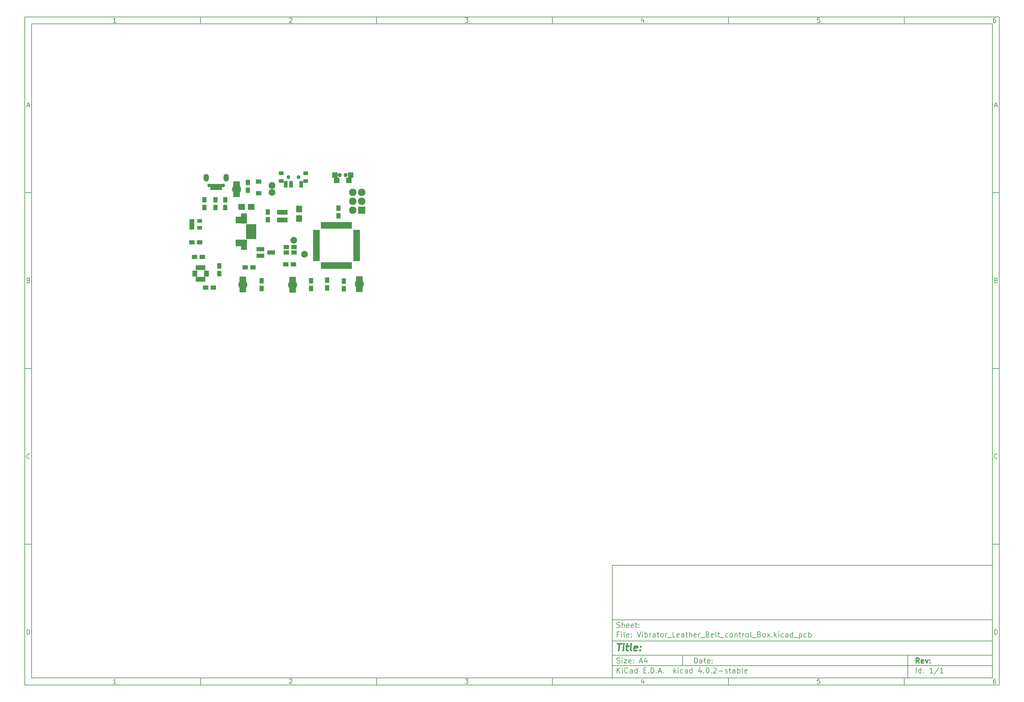
<source format=gts>
G04 #@! TF.FileFunction,Soldermask,Top*
%FSLAX46Y46*%
G04 Gerber Fmt 4.6, Leading zero omitted, Abs format (unit mm)*
G04 Created by KiCad (PCBNEW 4.0.2-stable) date 2016 October 13, Thursday 23:14:49*
%MOMM*%
G01*
G04 APERTURE LIST*
%ADD10C,0.100000*%
%ADD11C,0.150000*%
%ADD12C,0.300000*%
%ADD13C,0.400000*%
%ADD14R,1.600000X1.300000*%
%ADD15O,1.450000X2.200000*%
%ADD16C,1.050000*%
%ADD17R,0.800000X1.800000*%
%ADD18C,1.924000*%
%ADD19R,1.700000X1.900000*%
%ADD20R,1.300000X1.600000*%
%ADD21R,1.900000X1.700000*%
%ADD22R,1.620000X1.310000*%
%ADD23R,1.900000X1.600000*%
%ADD24C,2.600000*%
%ADD25R,1.050000X1.460000*%
%ADD26R,0.650000X1.400000*%
%ADD27R,1.400000X0.650000*%
%ADD28R,2.127200X2.127200*%
%ADD29O,2.127200X2.127200*%
%ADD30R,2.200860X1.200100*%
%ADD31R,1.400000X1.000000*%
%ADD32R,1.000000X1.900000*%
%ADD33C,1.100000*%
%ADD34R,1.600000X1.600000*%
%ADD35C,1.200000*%
%ADD36R,1.460000X1.050000*%
%ADD37R,0.950000X1.900000*%
%ADD38R,1.900000X0.950000*%
%ADD39R,2.900000X0.700000*%
%ADD40R,1.800000X2.900000*%
%ADD41R,3.200000X1.900000*%
%ADD42C,1.900000*%
G04 APERTURE END LIST*
D10*
D11*
X177002200Y-166007200D02*
X177002200Y-198007200D01*
X285002200Y-198007200D01*
X285002200Y-166007200D01*
X177002200Y-166007200D01*
D10*
D11*
X10000000Y-10000000D02*
X10000000Y-200007200D01*
X287002200Y-200007200D01*
X287002200Y-10000000D01*
X10000000Y-10000000D01*
D10*
D11*
X12000000Y-12000000D02*
X12000000Y-198007200D01*
X285002200Y-198007200D01*
X285002200Y-12000000D01*
X12000000Y-12000000D01*
D10*
D11*
X60000000Y-12000000D02*
X60000000Y-10000000D01*
D10*
D11*
X110000000Y-12000000D02*
X110000000Y-10000000D01*
D10*
D11*
X160000000Y-12000000D02*
X160000000Y-10000000D01*
D10*
D11*
X210000000Y-12000000D02*
X210000000Y-10000000D01*
D10*
D11*
X260000000Y-12000000D02*
X260000000Y-10000000D01*
D10*
D11*
X35990476Y-11588095D02*
X35247619Y-11588095D01*
X35619048Y-11588095D02*
X35619048Y-10288095D01*
X35495238Y-10473810D01*
X35371429Y-10597619D01*
X35247619Y-10659524D01*
D10*
D11*
X85247619Y-10411905D02*
X85309524Y-10350000D01*
X85433333Y-10288095D01*
X85742857Y-10288095D01*
X85866667Y-10350000D01*
X85928571Y-10411905D01*
X85990476Y-10535714D01*
X85990476Y-10659524D01*
X85928571Y-10845238D01*
X85185714Y-11588095D01*
X85990476Y-11588095D01*
D10*
D11*
X135185714Y-10288095D02*
X135990476Y-10288095D01*
X135557143Y-10783333D01*
X135742857Y-10783333D01*
X135866667Y-10845238D01*
X135928571Y-10907143D01*
X135990476Y-11030952D01*
X135990476Y-11340476D01*
X135928571Y-11464286D01*
X135866667Y-11526190D01*
X135742857Y-11588095D01*
X135371429Y-11588095D01*
X135247619Y-11526190D01*
X135185714Y-11464286D01*
D10*
D11*
X185866667Y-10721429D02*
X185866667Y-11588095D01*
X185557143Y-10226190D02*
X185247619Y-11154762D01*
X186052381Y-11154762D01*
D10*
D11*
X235928571Y-10288095D02*
X235309524Y-10288095D01*
X235247619Y-10907143D01*
X235309524Y-10845238D01*
X235433333Y-10783333D01*
X235742857Y-10783333D01*
X235866667Y-10845238D01*
X235928571Y-10907143D01*
X235990476Y-11030952D01*
X235990476Y-11340476D01*
X235928571Y-11464286D01*
X235866667Y-11526190D01*
X235742857Y-11588095D01*
X235433333Y-11588095D01*
X235309524Y-11526190D01*
X235247619Y-11464286D01*
D10*
D11*
X285866667Y-10288095D02*
X285619048Y-10288095D01*
X285495238Y-10350000D01*
X285433333Y-10411905D01*
X285309524Y-10597619D01*
X285247619Y-10845238D01*
X285247619Y-11340476D01*
X285309524Y-11464286D01*
X285371429Y-11526190D01*
X285495238Y-11588095D01*
X285742857Y-11588095D01*
X285866667Y-11526190D01*
X285928571Y-11464286D01*
X285990476Y-11340476D01*
X285990476Y-11030952D01*
X285928571Y-10907143D01*
X285866667Y-10845238D01*
X285742857Y-10783333D01*
X285495238Y-10783333D01*
X285371429Y-10845238D01*
X285309524Y-10907143D01*
X285247619Y-11030952D01*
D10*
D11*
X60000000Y-198007200D02*
X60000000Y-200007200D01*
D10*
D11*
X110000000Y-198007200D02*
X110000000Y-200007200D01*
D10*
D11*
X160000000Y-198007200D02*
X160000000Y-200007200D01*
D10*
D11*
X210000000Y-198007200D02*
X210000000Y-200007200D01*
D10*
D11*
X260000000Y-198007200D02*
X260000000Y-200007200D01*
D10*
D11*
X35990476Y-199595295D02*
X35247619Y-199595295D01*
X35619048Y-199595295D02*
X35619048Y-198295295D01*
X35495238Y-198481010D01*
X35371429Y-198604819D01*
X35247619Y-198666724D01*
D10*
D11*
X85247619Y-198419105D02*
X85309524Y-198357200D01*
X85433333Y-198295295D01*
X85742857Y-198295295D01*
X85866667Y-198357200D01*
X85928571Y-198419105D01*
X85990476Y-198542914D01*
X85990476Y-198666724D01*
X85928571Y-198852438D01*
X85185714Y-199595295D01*
X85990476Y-199595295D01*
D10*
D11*
X135185714Y-198295295D02*
X135990476Y-198295295D01*
X135557143Y-198790533D01*
X135742857Y-198790533D01*
X135866667Y-198852438D01*
X135928571Y-198914343D01*
X135990476Y-199038152D01*
X135990476Y-199347676D01*
X135928571Y-199471486D01*
X135866667Y-199533390D01*
X135742857Y-199595295D01*
X135371429Y-199595295D01*
X135247619Y-199533390D01*
X135185714Y-199471486D01*
D10*
D11*
X185866667Y-198728629D02*
X185866667Y-199595295D01*
X185557143Y-198233390D02*
X185247619Y-199161962D01*
X186052381Y-199161962D01*
D10*
D11*
X235928571Y-198295295D02*
X235309524Y-198295295D01*
X235247619Y-198914343D01*
X235309524Y-198852438D01*
X235433333Y-198790533D01*
X235742857Y-198790533D01*
X235866667Y-198852438D01*
X235928571Y-198914343D01*
X235990476Y-199038152D01*
X235990476Y-199347676D01*
X235928571Y-199471486D01*
X235866667Y-199533390D01*
X235742857Y-199595295D01*
X235433333Y-199595295D01*
X235309524Y-199533390D01*
X235247619Y-199471486D01*
D10*
D11*
X285866667Y-198295295D02*
X285619048Y-198295295D01*
X285495238Y-198357200D01*
X285433333Y-198419105D01*
X285309524Y-198604819D01*
X285247619Y-198852438D01*
X285247619Y-199347676D01*
X285309524Y-199471486D01*
X285371429Y-199533390D01*
X285495238Y-199595295D01*
X285742857Y-199595295D01*
X285866667Y-199533390D01*
X285928571Y-199471486D01*
X285990476Y-199347676D01*
X285990476Y-199038152D01*
X285928571Y-198914343D01*
X285866667Y-198852438D01*
X285742857Y-198790533D01*
X285495238Y-198790533D01*
X285371429Y-198852438D01*
X285309524Y-198914343D01*
X285247619Y-199038152D01*
D10*
D11*
X10000000Y-60000000D02*
X12000000Y-60000000D01*
D10*
D11*
X10000000Y-110000000D02*
X12000000Y-110000000D01*
D10*
D11*
X10000000Y-160000000D02*
X12000000Y-160000000D01*
D10*
D11*
X10690476Y-35216667D02*
X11309524Y-35216667D01*
X10566667Y-35588095D02*
X11000000Y-34288095D01*
X11433333Y-35588095D01*
D10*
D11*
X11092857Y-84907143D02*
X11278571Y-84969048D01*
X11340476Y-85030952D01*
X11402381Y-85154762D01*
X11402381Y-85340476D01*
X11340476Y-85464286D01*
X11278571Y-85526190D01*
X11154762Y-85588095D01*
X10659524Y-85588095D01*
X10659524Y-84288095D01*
X11092857Y-84288095D01*
X11216667Y-84350000D01*
X11278571Y-84411905D01*
X11340476Y-84535714D01*
X11340476Y-84659524D01*
X11278571Y-84783333D01*
X11216667Y-84845238D01*
X11092857Y-84907143D01*
X10659524Y-84907143D01*
D10*
D11*
X11402381Y-135464286D02*
X11340476Y-135526190D01*
X11154762Y-135588095D01*
X11030952Y-135588095D01*
X10845238Y-135526190D01*
X10721429Y-135402381D01*
X10659524Y-135278571D01*
X10597619Y-135030952D01*
X10597619Y-134845238D01*
X10659524Y-134597619D01*
X10721429Y-134473810D01*
X10845238Y-134350000D01*
X11030952Y-134288095D01*
X11154762Y-134288095D01*
X11340476Y-134350000D01*
X11402381Y-134411905D01*
D10*
D11*
X10659524Y-185588095D02*
X10659524Y-184288095D01*
X10969048Y-184288095D01*
X11154762Y-184350000D01*
X11278571Y-184473810D01*
X11340476Y-184597619D01*
X11402381Y-184845238D01*
X11402381Y-185030952D01*
X11340476Y-185278571D01*
X11278571Y-185402381D01*
X11154762Y-185526190D01*
X10969048Y-185588095D01*
X10659524Y-185588095D01*
D10*
D11*
X287002200Y-60000000D02*
X285002200Y-60000000D01*
D10*
D11*
X287002200Y-110000000D02*
X285002200Y-110000000D01*
D10*
D11*
X287002200Y-160000000D02*
X285002200Y-160000000D01*
D10*
D11*
X285692676Y-35216667D02*
X286311724Y-35216667D01*
X285568867Y-35588095D02*
X286002200Y-34288095D01*
X286435533Y-35588095D01*
D10*
D11*
X286095057Y-84907143D02*
X286280771Y-84969048D01*
X286342676Y-85030952D01*
X286404581Y-85154762D01*
X286404581Y-85340476D01*
X286342676Y-85464286D01*
X286280771Y-85526190D01*
X286156962Y-85588095D01*
X285661724Y-85588095D01*
X285661724Y-84288095D01*
X286095057Y-84288095D01*
X286218867Y-84350000D01*
X286280771Y-84411905D01*
X286342676Y-84535714D01*
X286342676Y-84659524D01*
X286280771Y-84783333D01*
X286218867Y-84845238D01*
X286095057Y-84907143D01*
X285661724Y-84907143D01*
D10*
D11*
X286404581Y-135464286D02*
X286342676Y-135526190D01*
X286156962Y-135588095D01*
X286033152Y-135588095D01*
X285847438Y-135526190D01*
X285723629Y-135402381D01*
X285661724Y-135278571D01*
X285599819Y-135030952D01*
X285599819Y-134845238D01*
X285661724Y-134597619D01*
X285723629Y-134473810D01*
X285847438Y-134350000D01*
X286033152Y-134288095D01*
X286156962Y-134288095D01*
X286342676Y-134350000D01*
X286404581Y-134411905D01*
D10*
D11*
X285661724Y-185588095D02*
X285661724Y-184288095D01*
X285971248Y-184288095D01*
X286156962Y-184350000D01*
X286280771Y-184473810D01*
X286342676Y-184597619D01*
X286404581Y-184845238D01*
X286404581Y-185030952D01*
X286342676Y-185278571D01*
X286280771Y-185402381D01*
X286156962Y-185526190D01*
X285971248Y-185588095D01*
X285661724Y-185588095D01*
D10*
D11*
X200359343Y-193785771D02*
X200359343Y-192285771D01*
X200716486Y-192285771D01*
X200930771Y-192357200D01*
X201073629Y-192500057D01*
X201145057Y-192642914D01*
X201216486Y-192928629D01*
X201216486Y-193142914D01*
X201145057Y-193428629D01*
X201073629Y-193571486D01*
X200930771Y-193714343D01*
X200716486Y-193785771D01*
X200359343Y-193785771D01*
X202502200Y-193785771D02*
X202502200Y-193000057D01*
X202430771Y-192857200D01*
X202287914Y-192785771D01*
X202002200Y-192785771D01*
X201859343Y-192857200D01*
X202502200Y-193714343D02*
X202359343Y-193785771D01*
X202002200Y-193785771D01*
X201859343Y-193714343D01*
X201787914Y-193571486D01*
X201787914Y-193428629D01*
X201859343Y-193285771D01*
X202002200Y-193214343D01*
X202359343Y-193214343D01*
X202502200Y-193142914D01*
X203002200Y-192785771D02*
X203573629Y-192785771D01*
X203216486Y-192285771D02*
X203216486Y-193571486D01*
X203287914Y-193714343D01*
X203430772Y-193785771D01*
X203573629Y-193785771D01*
X204645057Y-193714343D02*
X204502200Y-193785771D01*
X204216486Y-193785771D01*
X204073629Y-193714343D01*
X204002200Y-193571486D01*
X204002200Y-193000057D01*
X204073629Y-192857200D01*
X204216486Y-192785771D01*
X204502200Y-192785771D01*
X204645057Y-192857200D01*
X204716486Y-193000057D01*
X204716486Y-193142914D01*
X204002200Y-193285771D01*
X205359343Y-193642914D02*
X205430771Y-193714343D01*
X205359343Y-193785771D01*
X205287914Y-193714343D01*
X205359343Y-193642914D01*
X205359343Y-193785771D01*
X205359343Y-192857200D02*
X205430771Y-192928629D01*
X205359343Y-193000057D01*
X205287914Y-192928629D01*
X205359343Y-192857200D01*
X205359343Y-193000057D01*
D10*
D11*
X177002200Y-194507200D02*
X285002200Y-194507200D01*
D10*
D11*
X178359343Y-196585771D02*
X178359343Y-195085771D01*
X179216486Y-196585771D02*
X178573629Y-195728629D01*
X179216486Y-195085771D02*
X178359343Y-195942914D01*
X179859343Y-196585771D02*
X179859343Y-195585771D01*
X179859343Y-195085771D02*
X179787914Y-195157200D01*
X179859343Y-195228629D01*
X179930771Y-195157200D01*
X179859343Y-195085771D01*
X179859343Y-195228629D01*
X181430772Y-196442914D02*
X181359343Y-196514343D01*
X181145057Y-196585771D01*
X181002200Y-196585771D01*
X180787915Y-196514343D01*
X180645057Y-196371486D01*
X180573629Y-196228629D01*
X180502200Y-195942914D01*
X180502200Y-195728629D01*
X180573629Y-195442914D01*
X180645057Y-195300057D01*
X180787915Y-195157200D01*
X181002200Y-195085771D01*
X181145057Y-195085771D01*
X181359343Y-195157200D01*
X181430772Y-195228629D01*
X182716486Y-196585771D02*
X182716486Y-195800057D01*
X182645057Y-195657200D01*
X182502200Y-195585771D01*
X182216486Y-195585771D01*
X182073629Y-195657200D01*
X182716486Y-196514343D02*
X182573629Y-196585771D01*
X182216486Y-196585771D01*
X182073629Y-196514343D01*
X182002200Y-196371486D01*
X182002200Y-196228629D01*
X182073629Y-196085771D01*
X182216486Y-196014343D01*
X182573629Y-196014343D01*
X182716486Y-195942914D01*
X184073629Y-196585771D02*
X184073629Y-195085771D01*
X184073629Y-196514343D02*
X183930772Y-196585771D01*
X183645058Y-196585771D01*
X183502200Y-196514343D01*
X183430772Y-196442914D01*
X183359343Y-196300057D01*
X183359343Y-195871486D01*
X183430772Y-195728629D01*
X183502200Y-195657200D01*
X183645058Y-195585771D01*
X183930772Y-195585771D01*
X184073629Y-195657200D01*
X185930772Y-195800057D02*
X186430772Y-195800057D01*
X186645058Y-196585771D02*
X185930772Y-196585771D01*
X185930772Y-195085771D01*
X186645058Y-195085771D01*
X187287915Y-196442914D02*
X187359343Y-196514343D01*
X187287915Y-196585771D01*
X187216486Y-196514343D01*
X187287915Y-196442914D01*
X187287915Y-196585771D01*
X188002201Y-196585771D02*
X188002201Y-195085771D01*
X188359344Y-195085771D01*
X188573629Y-195157200D01*
X188716487Y-195300057D01*
X188787915Y-195442914D01*
X188859344Y-195728629D01*
X188859344Y-195942914D01*
X188787915Y-196228629D01*
X188716487Y-196371486D01*
X188573629Y-196514343D01*
X188359344Y-196585771D01*
X188002201Y-196585771D01*
X189502201Y-196442914D02*
X189573629Y-196514343D01*
X189502201Y-196585771D01*
X189430772Y-196514343D01*
X189502201Y-196442914D01*
X189502201Y-196585771D01*
X190145058Y-196157200D02*
X190859344Y-196157200D01*
X190002201Y-196585771D02*
X190502201Y-195085771D01*
X191002201Y-196585771D01*
X191502201Y-196442914D02*
X191573629Y-196514343D01*
X191502201Y-196585771D01*
X191430772Y-196514343D01*
X191502201Y-196442914D01*
X191502201Y-196585771D01*
X194502201Y-196585771D02*
X194502201Y-195085771D01*
X194645058Y-196014343D02*
X195073629Y-196585771D01*
X195073629Y-195585771D02*
X194502201Y-196157200D01*
X195716487Y-196585771D02*
X195716487Y-195585771D01*
X195716487Y-195085771D02*
X195645058Y-195157200D01*
X195716487Y-195228629D01*
X195787915Y-195157200D01*
X195716487Y-195085771D01*
X195716487Y-195228629D01*
X197073630Y-196514343D02*
X196930773Y-196585771D01*
X196645059Y-196585771D01*
X196502201Y-196514343D01*
X196430773Y-196442914D01*
X196359344Y-196300057D01*
X196359344Y-195871486D01*
X196430773Y-195728629D01*
X196502201Y-195657200D01*
X196645059Y-195585771D01*
X196930773Y-195585771D01*
X197073630Y-195657200D01*
X198359344Y-196585771D02*
X198359344Y-195800057D01*
X198287915Y-195657200D01*
X198145058Y-195585771D01*
X197859344Y-195585771D01*
X197716487Y-195657200D01*
X198359344Y-196514343D02*
X198216487Y-196585771D01*
X197859344Y-196585771D01*
X197716487Y-196514343D01*
X197645058Y-196371486D01*
X197645058Y-196228629D01*
X197716487Y-196085771D01*
X197859344Y-196014343D01*
X198216487Y-196014343D01*
X198359344Y-195942914D01*
X199716487Y-196585771D02*
X199716487Y-195085771D01*
X199716487Y-196514343D02*
X199573630Y-196585771D01*
X199287916Y-196585771D01*
X199145058Y-196514343D01*
X199073630Y-196442914D01*
X199002201Y-196300057D01*
X199002201Y-195871486D01*
X199073630Y-195728629D01*
X199145058Y-195657200D01*
X199287916Y-195585771D01*
X199573630Y-195585771D01*
X199716487Y-195657200D01*
X202216487Y-195585771D02*
X202216487Y-196585771D01*
X201859344Y-195014343D02*
X201502201Y-196085771D01*
X202430773Y-196085771D01*
X203002201Y-196442914D02*
X203073629Y-196514343D01*
X203002201Y-196585771D01*
X202930772Y-196514343D01*
X203002201Y-196442914D01*
X203002201Y-196585771D01*
X204002201Y-195085771D02*
X204145058Y-195085771D01*
X204287915Y-195157200D01*
X204359344Y-195228629D01*
X204430773Y-195371486D01*
X204502201Y-195657200D01*
X204502201Y-196014343D01*
X204430773Y-196300057D01*
X204359344Y-196442914D01*
X204287915Y-196514343D01*
X204145058Y-196585771D01*
X204002201Y-196585771D01*
X203859344Y-196514343D01*
X203787915Y-196442914D01*
X203716487Y-196300057D01*
X203645058Y-196014343D01*
X203645058Y-195657200D01*
X203716487Y-195371486D01*
X203787915Y-195228629D01*
X203859344Y-195157200D01*
X204002201Y-195085771D01*
X205145058Y-196442914D02*
X205216486Y-196514343D01*
X205145058Y-196585771D01*
X205073629Y-196514343D01*
X205145058Y-196442914D01*
X205145058Y-196585771D01*
X205787915Y-195228629D02*
X205859344Y-195157200D01*
X206002201Y-195085771D01*
X206359344Y-195085771D01*
X206502201Y-195157200D01*
X206573630Y-195228629D01*
X206645058Y-195371486D01*
X206645058Y-195514343D01*
X206573630Y-195728629D01*
X205716487Y-196585771D01*
X206645058Y-196585771D01*
X207287915Y-196014343D02*
X208430772Y-196014343D01*
X209073629Y-196514343D02*
X209216486Y-196585771D01*
X209502201Y-196585771D01*
X209645058Y-196514343D01*
X209716486Y-196371486D01*
X209716486Y-196300057D01*
X209645058Y-196157200D01*
X209502201Y-196085771D01*
X209287915Y-196085771D01*
X209145058Y-196014343D01*
X209073629Y-195871486D01*
X209073629Y-195800057D01*
X209145058Y-195657200D01*
X209287915Y-195585771D01*
X209502201Y-195585771D01*
X209645058Y-195657200D01*
X210145058Y-195585771D02*
X210716487Y-195585771D01*
X210359344Y-195085771D02*
X210359344Y-196371486D01*
X210430772Y-196514343D01*
X210573630Y-196585771D01*
X210716487Y-196585771D01*
X211859344Y-196585771D02*
X211859344Y-195800057D01*
X211787915Y-195657200D01*
X211645058Y-195585771D01*
X211359344Y-195585771D01*
X211216487Y-195657200D01*
X211859344Y-196514343D02*
X211716487Y-196585771D01*
X211359344Y-196585771D01*
X211216487Y-196514343D01*
X211145058Y-196371486D01*
X211145058Y-196228629D01*
X211216487Y-196085771D01*
X211359344Y-196014343D01*
X211716487Y-196014343D01*
X211859344Y-195942914D01*
X212573630Y-196585771D02*
X212573630Y-195085771D01*
X212573630Y-195657200D02*
X212716487Y-195585771D01*
X213002201Y-195585771D01*
X213145058Y-195657200D01*
X213216487Y-195728629D01*
X213287916Y-195871486D01*
X213287916Y-196300057D01*
X213216487Y-196442914D01*
X213145058Y-196514343D01*
X213002201Y-196585771D01*
X212716487Y-196585771D01*
X212573630Y-196514343D01*
X214145059Y-196585771D02*
X214002201Y-196514343D01*
X213930773Y-196371486D01*
X213930773Y-195085771D01*
X215287915Y-196514343D02*
X215145058Y-196585771D01*
X214859344Y-196585771D01*
X214716487Y-196514343D01*
X214645058Y-196371486D01*
X214645058Y-195800057D01*
X214716487Y-195657200D01*
X214859344Y-195585771D01*
X215145058Y-195585771D01*
X215287915Y-195657200D01*
X215359344Y-195800057D01*
X215359344Y-195942914D01*
X214645058Y-196085771D01*
D10*
D11*
X177002200Y-191507200D02*
X285002200Y-191507200D01*
D10*
D12*
X264216486Y-193785771D02*
X263716486Y-193071486D01*
X263359343Y-193785771D02*
X263359343Y-192285771D01*
X263930771Y-192285771D01*
X264073629Y-192357200D01*
X264145057Y-192428629D01*
X264216486Y-192571486D01*
X264216486Y-192785771D01*
X264145057Y-192928629D01*
X264073629Y-193000057D01*
X263930771Y-193071486D01*
X263359343Y-193071486D01*
X265430771Y-193714343D02*
X265287914Y-193785771D01*
X265002200Y-193785771D01*
X264859343Y-193714343D01*
X264787914Y-193571486D01*
X264787914Y-193000057D01*
X264859343Y-192857200D01*
X265002200Y-192785771D01*
X265287914Y-192785771D01*
X265430771Y-192857200D01*
X265502200Y-193000057D01*
X265502200Y-193142914D01*
X264787914Y-193285771D01*
X266002200Y-192785771D02*
X266359343Y-193785771D01*
X266716485Y-192785771D01*
X267287914Y-193642914D02*
X267359342Y-193714343D01*
X267287914Y-193785771D01*
X267216485Y-193714343D01*
X267287914Y-193642914D01*
X267287914Y-193785771D01*
X267287914Y-192857200D02*
X267359342Y-192928629D01*
X267287914Y-193000057D01*
X267216485Y-192928629D01*
X267287914Y-192857200D01*
X267287914Y-193000057D01*
D10*
D11*
X178287914Y-193714343D02*
X178502200Y-193785771D01*
X178859343Y-193785771D01*
X179002200Y-193714343D01*
X179073629Y-193642914D01*
X179145057Y-193500057D01*
X179145057Y-193357200D01*
X179073629Y-193214343D01*
X179002200Y-193142914D01*
X178859343Y-193071486D01*
X178573629Y-193000057D01*
X178430771Y-192928629D01*
X178359343Y-192857200D01*
X178287914Y-192714343D01*
X178287914Y-192571486D01*
X178359343Y-192428629D01*
X178430771Y-192357200D01*
X178573629Y-192285771D01*
X178930771Y-192285771D01*
X179145057Y-192357200D01*
X179787914Y-193785771D02*
X179787914Y-192785771D01*
X179787914Y-192285771D02*
X179716485Y-192357200D01*
X179787914Y-192428629D01*
X179859342Y-192357200D01*
X179787914Y-192285771D01*
X179787914Y-192428629D01*
X180359343Y-192785771D02*
X181145057Y-192785771D01*
X180359343Y-193785771D01*
X181145057Y-193785771D01*
X182287914Y-193714343D02*
X182145057Y-193785771D01*
X181859343Y-193785771D01*
X181716486Y-193714343D01*
X181645057Y-193571486D01*
X181645057Y-193000057D01*
X181716486Y-192857200D01*
X181859343Y-192785771D01*
X182145057Y-192785771D01*
X182287914Y-192857200D01*
X182359343Y-193000057D01*
X182359343Y-193142914D01*
X181645057Y-193285771D01*
X183002200Y-193642914D02*
X183073628Y-193714343D01*
X183002200Y-193785771D01*
X182930771Y-193714343D01*
X183002200Y-193642914D01*
X183002200Y-193785771D01*
X183002200Y-192857200D02*
X183073628Y-192928629D01*
X183002200Y-193000057D01*
X182930771Y-192928629D01*
X183002200Y-192857200D01*
X183002200Y-193000057D01*
X184787914Y-193357200D02*
X185502200Y-193357200D01*
X184645057Y-193785771D02*
X185145057Y-192285771D01*
X185645057Y-193785771D01*
X186787914Y-192785771D02*
X186787914Y-193785771D01*
X186430771Y-192214343D02*
X186073628Y-193285771D01*
X187002200Y-193285771D01*
D10*
D11*
X263359343Y-196585771D02*
X263359343Y-195085771D01*
X264716486Y-196585771D02*
X264716486Y-195085771D01*
X264716486Y-196514343D02*
X264573629Y-196585771D01*
X264287915Y-196585771D01*
X264145057Y-196514343D01*
X264073629Y-196442914D01*
X264002200Y-196300057D01*
X264002200Y-195871486D01*
X264073629Y-195728629D01*
X264145057Y-195657200D01*
X264287915Y-195585771D01*
X264573629Y-195585771D01*
X264716486Y-195657200D01*
X265430772Y-196442914D02*
X265502200Y-196514343D01*
X265430772Y-196585771D01*
X265359343Y-196514343D01*
X265430772Y-196442914D01*
X265430772Y-196585771D01*
X265430772Y-195657200D02*
X265502200Y-195728629D01*
X265430772Y-195800057D01*
X265359343Y-195728629D01*
X265430772Y-195657200D01*
X265430772Y-195800057D01*
X268073629Y-196585771D02*
X267216486Y-196585771D01*
X267645058Y-196585771D02*
X267645058Y-195085771D01*
X267502201Y-195300057D01*
X267359343Y-195442914D01*
X267216486Y-195514343D01*
X269787914Y-195014343D02*
X268502200Y-196942914D01*
X271073629Y-196585771D02*
X270216486Y-196585771D01*
X270645058Y-196585771D02*
X270645058Y-195085771D01*
X270502201Y-195300057D01*
X270359343Y-195442914D01*
X270216486Y-195514343D01*
D10*
D11*
X177002200Y-187507200D02*
X285002200Y-187507200D01*
D10*
D13*
X178454581Y-188211962D02*
X179597438Y-188211962D01*
X178776010Y-190211962D02*
X179026010Y-188211962D01*
X180014105Y-190211962D02*
X180180771Y-188878629D01*
X180264105Y-188211962D02*
X180156962Y-188307200D01*
X180240295Y-188402438D01*
X180347439Y-188307200D01*
X180264105Y-188211962D01*
X180240295Y-188402438D01*
X180847438Y-188878629D02*
X181609343Y-188878629D01*
X181216486Y-188211962D02*
X181002200Y-189926248D01*
X181073630Y-190116724D01*
X181252201Y-190211962D01*
X181442677Y-190211962D01*
X182395058Y-190211962D02*
X182216487Y-190116724D01*
X182145057Y-189926248D01*
X182359343Y-188211962D01*
X183930772Y-190116724D02*
X183728391Y-190211962D01*
X183347439Y-190211962D01*
X183168867Y-190116724D01*
X183097438Y-189926248D01*
X183192676Y-189164343D01*
X183311724Y-188973867D01*
X183514105Y-188878629D01*
X183895057Y-188878629D01*
X184073629Y-188973867D01*
X184145057Y-189164343D01*
X184121248Y-189354819D01*
X183145057Y-189545295D01*
X184895057Y-190021486D02*
X184978392Y-190116724D01*
X184871248Y-190211962D01*
X184787915Y-190116724D01*
X184895057Y-190021486D01*
X184871248Y-190211962D01*
X185026010Y-188973867D02*
X185109344Y-189069105D01*
X185002200Y-189164343D01*
X184918867Y-189069105D01*
X185026010Y-188973867D01*
X185002200Y-189164343D01*
D10*
D11*
X178859343Y-185600057D02*
X178359343Y-185600057D01*
X178359343Y-186385771D02*
X178359343Y-184885771D01*
X179073629Y-184885771D01*
X179645057Y-186385771D02*
X179645057Y-185385771D01*
X179645057Y-184885771D02*
X179573628Y-184957200D01*
X179645057Y-185028629D01*
X179716485Y-184957200D01*
X179645057Y-184885771D01*
X179645057Y-185028629D01*
X180573629Y-186385771D02*
X180430771Y-186314343D01*
X180359343Y-186171486D01*
X180359343Y-184885771D01*
X181716485Y-186314343D02*
X181573628Y-186385771D01*
X181287914Y-186385771D01*
X181145057Y-186314343D01*
X181073628Y-186171486D01*
X181073628Y-185600057D01*
X181145057Y-185457200D01*
X181287914Y-185385771D01*
X181573628Y-185385771D01*
X181716485Y-185457200D01*
X181787914Y-185600057D01*
X181787914Y-185742914D01*
X181073628Y-185885771D01*
X182430771Y-186242914D02*
X182502199Y-186314343D01*
X182430771Y-186385771D01*
X182359342Y-186314343D01*
X182430771Y-186242914D01*
X182430771Y-186385771D01*
X182430771Y-185457200D02*
X182502199Y-185528629D01*
X182430771Y-185600057D01*
X182359342Y-185528629D01*
X182430771Y-185457200D01*
X182430771Y-185600057D01*
X184073628Y-184885771D02*
X184573628Y-186385771D01*
X185073628Y-184885771D01*
X185573628Y-186385771D02*
X185573628Y-185385771D01*
X185573628Y-184885771D02*
X185502199Y-184957200D01*
X185573628Y-185028629D01*
X185645056Y-184957200D01*
X185573628Y-184885771D01*
X185573628Y-185028629D01*
X186287914Y-186385771D02*
X186287914Y-184885771D01*
X186287914Y-185457200D02*
X186430771Y-185385771D01*
X186716485Y-185385771D01*
X186859342Y-185457200D01*
X186930771Y-185528629D01*
X187002200Y-185671486D01*
X187002200Y-186100057D01*
X186930771Y-186242914D01*
X186859342Y-186314343D01*
X186716485Y-186385771D01*
X186430771Y-186385771D01*
X186287914Y-186314343D01*
X187645057Y-186385771D02*
X187645057Y-185385771D01*
X187645057Y-185671486D02*
X187716485Y-185528629D01*
X187787914Y-185457200D01*
X187930771Y-185385771D01*
X188073628Y-185385771D01*
X189216485Y-186385771D02*
X189216485Y-185600057D01*
X189145056Y-185457200D01*
X189002199Y-185385771D01*
X188716485Y-185385771D01*
X188573628Y-185457200D01*
X189216485Y-186314343D02*
X189073628Y-186385771D01*
X188716485Y-186385771D01*
X188573628Y-186314343D01*
X188502199Y-186171486D01*
X188502199Y-186028629D01*
X188573628Y-185885771D01*
X188716485Y-185814343D01*
X189073628Y-185814343D01*
X189216485Y-185742914D01*
X189716485Y-185385771D02*
X190287914Y-185385771D01*
X189930771Y-184885771D02*
X189930771Y-186171486D01*
X190002199Y-186314343D01*
X190145057Y-186385771D01*
X190287914Y-186385771D01*
X191002200Y-186385771D02*
X190859342Y-186314343D01*
X190787914Y-186242914D01*
X190716485Y-186100057D01*
X190716485Y-185671486D01*
X190787914Y-185528629D01*
X190859342Y-185457200D01*
X191002200Y-185385771D01*
X191216485Y-185385771D01*
X191359342Y-185457200D01*
X191430771Y-185528629D01*
X191502200Y-185671486D01*
X191502200Y-186100057D01*
X191430771Y-186242914D01*
X191359342Y-186314343D01*
X191216485Y-186385771D01*
X191002200Y-186385771D01*
X192145057Y-186385771D02*
X192145057Y-185385771D01*
X192145057Y-185671486D02*
X192216485Y-185528629D01*
X192287914Y-185457200D01*
X192430771Y-185385771D01*
X192573628Y-185385771D01*
X192716485Y-186528629D02*
X193859342Y-186528629D01*
X194930771Y-186385771D02*
X194216485Y-186385771D01*
X194216485Y-184885771D01*
X196002199Y-186314343D02*
X195859342Y-186385771D01*
X195573628Y-186385771D01*
X195430771Y-186314343D01*
X195359342Y-186171486D01*
X195359342Y-185600057D01*
X195430771Y-185457200D01*
X195573628Y-185385771D01*
X195859342Y-185385771D01*
X196002199Y-185457200D01*
X196073628Y-185600057D01*
X196073628Y-185742914D01*
X195359342Y-185885771D01*
X197359342Y-186385771D02*
X197359342Y-185600057D01*
X197287913Y-185457200D01*
X197145056Y-185385771D01*
X196859342Y-185385771D01*
X196716485Y-185457200D01*
X197359342Y-186314343D02*
X197216485Y-186385771D01*
X196859342Y-186385771D01*
X196716485Y-186314343D01*
X196645056Y-186171486D01*
X196645056Y-186028629D01*
X196716485Y-185885771D01*
X196859342Y-185814343D01*
X197216485Y-185814343D01*
X197359342Y-185742914D01*
X197859342Y-185385771D02*
X198430771Y-185385771D01*
X198073628Y-184885771D02*
X198073628Y-186171486D01*
X198145056Y-186314343D01*
X198287914Y-186385771D01*
X198430771Y-186385771D01*
X198930771Y-186385771D02*
X198930771Y-184885771D01*
X199573628Y-186385771D02*
X199573628Y-185600057D01*
X199502199Y-185457200D01*
X199359342Y-185385771D01*
X199145057Y-185385771D01*
X199002199Y-185457200D01*
X198930771Y-185528629D01*
X200859342Y-186314343D02*
X200716485Y-186385771D01*
X200430771Y-186385771D01*
X200287914Y-186314343D01*
X200216485Y-186171486D01*
X200216485Y-185600057D01*
X200287914Y-185457200D01*
X200430771Y-185385771D01*
X200716485Y-185385771D01*
X200859342Y-185457200D01*
X200930771Y-185600057D01*
X200930771Y-185742914D01*
X200216485Y-185885771D01*
X201573628Y-186385771D02*
X201573628Y-185385771D01*
X201573628Y-185671486D02*
X201645056Y-185528629D01*
X201716485Y-185457200D01*
X201859342Y-185385771D01*
X202002199Y-185385771D01*
X202145056Y-186528629D02*
X203287913Y-186528629D01*
X204145056Y-185600057D02*
X204359342Y-185671486D01*
X204430770Y-185742914D01*
X204502199Y-185885771D01*
X204502199Y-186100057D01*
X204430770Y-186242914D01*
X204359342Y-186314343D01*
X204216484Y-186385771D01*
X203645056Y-186385771D01*
X203645056Y-184885771D01*
X204145056Y-184885771D01*
X204287913Y-184957200D01*
X204359342Y-185028629D01*
X204430770Y-185171486D01*
X204430770Y-185314343D01*
X204359342Y-185457200D01*
X204287913Y-185528629D01*
X204145056Y-185600057D01*
X203645056Y-185600057D01*
X205716484Y-186314343D02*
X205573627Y-186385771D01*
X205287913Y-186385771D01*
X205145056Y-186314343D01*
X205073627Y-186171486D01*
X205073627Y-185600057D01*
X205145056Y-185457200D01*
X205287913Y-185385771D01*
X205573627Y-185385771D01*
X205716484Y-185457200D01*
X205787913Y-185600057D01*
X205787913Y-185742914D01*
X205073627Y-185885771D01*
X206645056Y-186385771D02*
X206502198Y-186314343D01*
X206430770Y-186171486D01*
X206430770Y-184885771D01*
X207002198Y-185385771D02*
X207573627Y-185385771D01*
X207216484Y-184885771D02*
X207216484Y-186171486D01*
X207287912Y-186314343D01*
X207430770Y-186385771D01*
X207573627Y-186385771D01*
X207716484Y-186528629D02*
X208859341Y-186528629D01*
X209859341Y-186314343D02*
X209716484Y-186385771D01*
X209430770Y-186385771D01*
X209287912Y-186314343D01*
X209216484Y-186242914D01*
X209145055Y-186100057D01*
X209145055Y-185671486D01*
X209216484Y-185528629D01*
X209287912Y-185457200D01*
X209430770Y-185385771D01*
X209716484Y-185385771D01*
X209859341Y-185457200D01*
X210716484Y-186385771D02*
X210573626Y-186314343D01*
X210502198Y-186242914D01*
X210430769Y-186100057D01*
X210430769Y-185671486D01*
X210502198Y-185528629D01*
X210573626Y-185457200D01*
X210716484Y-185385771D01*
X210930769Y-185385771D01*
X211073626Y-185457200D01*
X211145055Y-185528629D01*
X211216484Y-185671486D01*
X211216484Y-186100057D01*
X211145055Y-186242914D01*
X211073626Y-186314343D01*
X210930769Y-186385771D01*
X210716484Y-186385771D01*
X211859341Y-185385771D02*
X211859341Y-186385771D01*
X211859341Y-185528629D02*
X211930769Y-185457200D01*
X212073627Y-185385771D01*
X212287912Y-185385771D01*
X212430769Y-185457200D01*
X212502198Y-185600057D01*
X212502198Y-186385771D01*
X213002198Y-185385771D02*
X213573627Y-185385771D01*
X213216484Y-184885771D02*
X213216484Y-186171486D01*
X213287912Y-186314343D01*
X213430770Y-186385771D01*
X213573627Y-186385771D01*
X214073627Y-186385771D02*
X214073627Y-185385771D01*
X214073627Y-185671486D02*
X214145055Y-185528629D01*
X214216484Y-185457200D01*
X214359341Y-185385771D01*
X214502198Y-185385771D01*
X215216484Y-186385771D02*
X215073626Y-186314343D01*
X215002198Y-186242914D01*
X214930769Y-186100057D01*
X214930769Y-185671486D01*
X215002198Y-185528629D01*
X215073626Y-185457200D01*
X215216484Y-185385771D01*
X215430769Y-185385771D01*
X215573626Y-185457200D01*
X215645055Y-185528629D01*
X215716484Y-185671486D01*
X215716484Y-186100057D01*
X215645055Y-186242914D01*
X215573626Y-186314343D01*
X215430769Y-186385771D01*
X215216484Y-186385771D01*
X216573627Y-186385771D02*
X216430769Y-186314343D01*
X216359341Y-186171486D01*
X216359341Y-184885771D01*
X216787912Y-186528629D02*
X217930769Y-186528629D01*
X218787912Y-185600057D02*
X219002198Y-185671486D01*
X219073626Y-185742914D01*
X219145055Y-185885771D01*
X219145055Y-186100057D01*
X219073626Y-186242914D01*
X219002198Y-186314343D01*
X218859340Y-186385771D01*
X218287912Y-186385771D01*
X218287912Y-184885771D01*
X218787912Y-184885771D01*
X218930769Y-184957200D01*
X219002198Y-185028629D01*
X219073626Y-185171486D01*
X219073626Y-185314343D01*
X219002198Y-185457200D01*
X218930769Y-185528629D01*
X218787912Y-185600057D01*
X218287912Y-185600057D01*
X220002198Y-186385771D02*
X219859340Y-186314343D01*
X219787912Y-186242914D01*
X219716483Y-186100057D01*
X219716483Y-185671486D01*
X219787912Y-185528629D01*
X219859340Y-185457200D01*
X220002198Y-185385771D01*
X220216483Y-185385771D01*
X220359340Y-185457200D01*
X220430769Y-185528629D01*
X220502198Y-185671486D01*
X220502198Y-186100057D01*
X220430769Y-186242914D01*
X220359340Y-186314343D01*
X220216483Y-186385771D01*
X220002198Y-186385771D01*
X221002198Y-186385771D02*
X221787912Y-185385771D01*
X221002198Y-185385771D02*
X221787912Y-186385771D01*
X222359341Y-186242914D02*
X222430769Y-186314343D01*
X222359341Y-186385771D01*
X222287912Y-186314343D01*
X222359341Y-186242914D01*
X222359341Y-186385771D01*
X223073627Y-186385771D02*
X223073627Y-184885771D01*
X223216484Y-185814343D02*
X223645055Y-186385771D01*
X223645055Y-185385771D02*
X223073627Y-185957200D01*
X224287913Y-186385771D02*
X224287913Y-185385771D01*
X224287913Y-184885771D02*
X224216484Y-184957200D01*
X224287913Y-185028629D01*
X224359341Y-184957200D01*
X224287913Y-184885771D01*
X224287913Y-185028629D01*
X225645056Y-186314343D02*
X225502199Y-186385771D01*
X225216485Y-186385771D01*
X225073627Y-186314343D01*
X225002199Y-186242914D01*
X224930770Y-186100057D01*
X224930770Y-185671486D01*
X225002199Y-185528629D01*
X225073627Y-185457200D01*
X225216485Y-185385771D01*
X225502199Y-185385771D01*
X225645056Y-185457200D01*
X226930770Y-186385771D02*
X226930770Y-185600057D01*
X226859341Y-185457200D01*
X226716484Y-185385771D01*
X226430770Y-185385771D01*
X226287913Y-185457200D01*
X226930770Y-186314343D02*
X226787913Y-186385771D01*
X226430770Y-186385771D01*
X226287913Y-186314343D01*
X226216484Y-186171486D01*
X226216484Y-186028629D01*
X226287913Y-185885771D01*
X226430770Y-185814343D01*
X226787913Y-185814343D01*
X226930770Y-185742914D01*
X228287913Y-186385771D02*
X228287913Y-184885771D01*
X228287913Y-186314343D02*
X228145056Y-186385771D01*
X227859342Y-186385771D01*
X227716484Y-186314343D01*
X227645056Y-186242914D01*
X227573627Y-186100057D01*
X227573627Y-185671486D01*
X227645056Y-185528629D01*
X227716484Y-185457200D01*
X227859342Y-185385771D01*
X228145056Y-185385771D01*
X228287913Y-185457200D01*
X228645056Y-186528629D02*
X229787913Y-186528629D01*
X230145056Y-185385771D02*
X230145056Y-186885771D01*
X230145056Y-185457200D02*
X230287913Y-185385771D01*
X230573627Y-185385771D01*
X230716484Y-185457200D01*
X230787913Y-185528629D01*
X230859342Y-185671486D01*
X230859342Y-186100057D01*
X230787913Y-186242914D01*
X230716484Y-186314343D01*
X230573627Y-186385771D01*
X230287913Y-186385771D01*
X230145056Y-186314343D01*
X232145056Y-186314343D02*
X232002199Y-186385771D01*
X231716485Y-186385771D01*
X231573627Y-186314343D01*
X231502199Y-186242914D01*
X231430770Y-186100057D01*
X231430770Y-185671486D01*
X231502199Y-185528629D01*
X231573627Y-185457200D01*
X231716485Y-185385771D01*
X232002199Y-185385771D01*
X232145056Y-185457200D01*
X232787913Y-186385771D02*
X232787913Y-184885771D01*
X232787913Y-185457200D02*
X232930770Y-185385771D01*
X233216484Y-185385771D01*
X233359341Y-185457200D01*
X233430770Y-185528629D01*
X233502199Y-185671486D01*
X233502199Y-186100057D01*
X233430770Y-186242914D01*
X233359341Y-186314343D01*
X233216484Y-186385771D01*
X232930770Y-186385771D01*
X232787913Y-186314343D01*
D10*
D11*
X177002200Y-181507200D02*
X285002200Y-181507200D01*
D10*
D11*
X178287914Y-183614343D02*
X178502200Y-183685771D01*
X178859343Y-183685771D01*
X179002200Y-183614343D01*
X179073629Y-183542914D01*
X179145057Y-183400057D01*
X179145057Y-183257200D01*
X179073629Y-183114343D01*
X179002200Y-183042914D01*
X178859343Y-182971486D01*
X178573629Y-182900057D01*
X178430771Y-182828629D01*
X178359343Y-182757200D01*
X178287914Y-182614343D01*
X178287914Y-182471486D01*
X178359343Y-182328629D01*
X178430771Y-182257200D01*
X178573629Y-182185771D01*
X178930771Y-182185771D01*
X179145057Y-182257200D01*
X179787914Y-183685771D02*
X179787914Y-182185771D01*
X180430771Y-183685771D02*
X180430771Y-182900057D01*
X180359342Y-182757200D01*
X180216485Y-182685771D01*
X180002200Y-182685771D01*
X179859342Y-182757200D01*
X179787914Y-182828629D01*
X181716485Y-183614343D02*
X181573628Y-183685771D01*
X181287914Y-183685771D01*
X181145057Y-183614343D01*
X181073628Y-183471486D01*
X181073628Y-182900057D01*
X181145057Y-182757200D01*
X181287914Y-182685771D01*
X181573628Y-182685771D01*
X181716485Y-182757200D01*
X181787914Y-182900057D01*
X181787914Y-183042914D01*
X181073628Y-183185771D01*
X183002199Y-183614343D02*
X182859342Y-183685771D01*
X182573628Y-183685771D01*
X182430771Y-183614343D01*
X182359342Y-183471486D01*
X182359342Y-182900057D01*
X182430771Y-182757200D01*
X182573628Y-182685771D01*
X182859342Y-182685771D01*
X183002199Y-182757200D01*
X183073628Y-182900057D01*
X183073628Y-183042914D01*
X182359342Y-183185771D01*
X183502199Y-182685771D02*
X184073628Y-182685771D01*
X183716485Y-182185771D02*
X183716485Y-183471486D01*
X183787913Y-183614343D01*
X183930771Y-183685771D01*
X184073628Y-183685771D01*
X184573628Y-183542914D02*
X184645056Y-183614343D01*
X184573628Y-183685771D01*
X184502199Y-183614343D01*
X184573628Y-183542914D01*
X184573628Y-183685771D01*
X184573628Y-182757200D02*
X184645056Y-182828629D01*
X184573628Y-182900057D01*
X184502199Y-182828629D01*
X184573628Y-182757200D01*
X184573628Y-182900057D01*
D10*
D11*
X197002200Y-191507200D02*
X197002200Y-194507200D01*
D10*
D11*
X261002200Y-191507200D02*
X261002200Y-198007200D01*
D14*
X60500000Y-78300000D03*
X58300000Y-78300000D03*
D15*
X61575000Y-55750000D03*
X67225000Y-55750000D03*
D16*
X62400000Y-57900000D03*
X66400000Y-57900000D03*
D17*
X64400000Y-58400000D03*
X63750000Y-58400000D03*
X65050000Y-58400000D03*
X63100000Y-58400000D03*
X65700000Y-58400000D03*
D18*
X80300000Y-57900000D03*
X80300000Y-59900000D03*
D19*
X88000000Y-64650000D03*
X88000000Y-67350000D03*
D20*
X79100000Y-65500000D03*
X79100000Y-67700000D03*
X91400000Y-87200000D03*
X91400000Y-85000000D03*
D14*
X59700000Y-74100000D03*
X57500000Y-74100000D03*
D21*
X71650000Y-64000000D03*
X74350000Y-64000000D03*
D20*
X99200000Y-64400000D03*
X99200000Y-66600000D03*
X65300000Y-80800000D03*
X65300000Y-83000000D03*
D14*
X61400000Y-87000000D03*
X63600000Y-87000000D03*
D22*
X76500000Y-60135000D03*
X76500000Y-56865000D03*
D23*
X70200000Y-60500000D03*
X70200000Y-57500000D03*
D24*
X70200000Y-59000000D03*
D23*
X86100000Y-87700000D03*
X86100000Y-84700000D03*
D24*
X86100000Y-86200000D03*
D23*
X72000000Y-87600000D03*
X72000000Y-84600000D03*
D24*
X72000000Y-86100000D03*
D25*
X82250000Y-67800000D03*
X83200000Y-67800000D03*
X84150000Y-67800000D03*
X84150000Y-65600000D03*
X82250000Y-65600000D03*
X83200000Y-65600000D03*
D26*
X59000000Y-84650000D03*
X59500000Y-84650000D03*
X60000000Y-84650000D03*
X60500000Y-84650000D03*
X61000000Y-84650000D03*
D27*
X61650000Y-83500000D03*
X61650000Y-83000000D03*
X61650000Y-82500000D03*
D26*
X61000000Y-81350000D03*
X60500000Y-81350000D03*
X60000000Y-81350000D03*
X59500000Y-81350000D03*
X59000000Y-81350000D03*
D27*
X58350000Y-82500000D03*
X58350000Y-83000000D03*
X58350000Y-83500000D03*
D28*
X105750000Y-65000000D03*
D29*
X103210000Y-65000000D03*
X105750000Y-62460000D03*
X103210000Y-62460000D03*
X105750000Y-59920000D03*
X103210000Y-59920000D03*
D30*
X76998860Y-76050000D03*
X76998860Y-77950000D03*
X80001140Y-77000000D03*
D20*
X73400000Y-57100000D03*
X73400000Y-59300000D03*
X64200000Y-62000000D03*
X64200000Y-64200000D03*
X61100000Y-62000000D03*
X61100000Y-64200000D03*
D14*
X86400000Y-80400000D03*
X84200000Y-80400000D03*
D20*
X67000000Y-62000000D03*
X67000000Y-64200000D03*
D14*
X84400000Y-77000000D03*
X86600000Y-77000000D03*
X84400000Y-75500000D03*
X86600000Y-75500000D03*
D20*
X77300000Y-87200000D03*
X77300000Y-85000000D03*
X100700000Y-87300000D03*
X100700000Y-85100000D03*
X96000000Y-87100000D03*
X96000000Y-84900000D03*
D14*
X72700000Y-81200000D03*
X74900000Y-81200000D03*
D31*
X89900000Y-54500000D03*
X89900000Y-56700000D03*
X82900000Y-54500000D03*
X82900000Y-56700000D03*
D32*
X88600000Y-57600000D03*
X85700000Y-57600000D03*
X84200000Y-57600000D03*
D33*
X84950000Y-55600000D03*
X87850000Y-55600000D03*
D34*
X98700000Y-56500000D03*
X102650000Y-55000000D03*
D35*
X99550000Y-55000000D03*
X101250000Y-55000000D03*
D34*
X98150000Y-55000000D03*
X102100000Y-56500000D03*
D36*
X57500000Y-68050000D03*
X57500000Y-69000000D03*
X57500000Y-69950000D03*
X59700000Y-69950000D03*
X59700000Y-68050000D03*
D37*
X102600000Y-69300000D03*
X101800000Y-69300000D03*
X101000000Y-69300000D03*
X100200000Y-69300000D03*
X99400000Y-69300000D03*
X98600000Y-69300000D03*
X97800000Y-69300000D03*
X97000000Y-69300000D03*
X96200000Y-69300000D03*
X95400000Y-69300000D03*
X94600000Y-69300000D03*
D38*
X92900000Y-71000000D03*
X92900000Y-71800000D03*
X92900000Y-72600000D03*
X92900000Y-73400000D03*
X92900000Y-74200000D03*
X92900000Y-75000000D03*
X92900000Y-75800000D03*
X92900000Y-76600000D03*
X92900000Y-77400000D03*
X92900000Y-78200000D03*
X92900000Y-79000000D03*
D37*
X94600000Y-80700000D03*
X95400000Y-80700000D03*
X96200000Y-80700000D03*
X97000000Y-80700000D03*
X97800000Y-80700000D03*
X98600000Y-80700000D03*
X99400000Y-80700000D03*
X100200000Y-80700000D03*
X101000000Y-80700000D03*
X101800000Y-80700000D03*
X102600000Y-80700000D03*
D38*
X104300000Y-79000000D03*
X104300000Y-78200000D03*
X104300000Y-77400000D03*
X104300000Y-76600000D03*
X104300000Y-75800000D03*
X104300000Y-75000000D03*
X104300000Y-74200000D03*
X104300000Y-73400000D03*
X104300000Y-72600000D03*
X104300000Y-71800000D03*
X104300000Y-71000000D03*
D23*
X105100000Y-87500000D03*
X105100000Y-84500000D03*
D24*
X105100000Y-86000000D03*
D39*
X74400000Y-69300000D03*
X74400000Y-69800000D03*
X74400000Y-70300000D03*
X74400000Y-70800000D03*
X74400000Y-71300000D03*
X74400000Y-71800000D03*
X74400000Y-72300000D03*
X74400000Y-72800000D03*
D40*
X72300000Y-67300000D03*
X72300000Y-74800000D03*
D41*
X71600000Y-67800000D03*
X71600000Y-74300000D03*
D42*
X86500000Y-73500000D03*
X89500000Y-77500000D03*
M02*

</source>
